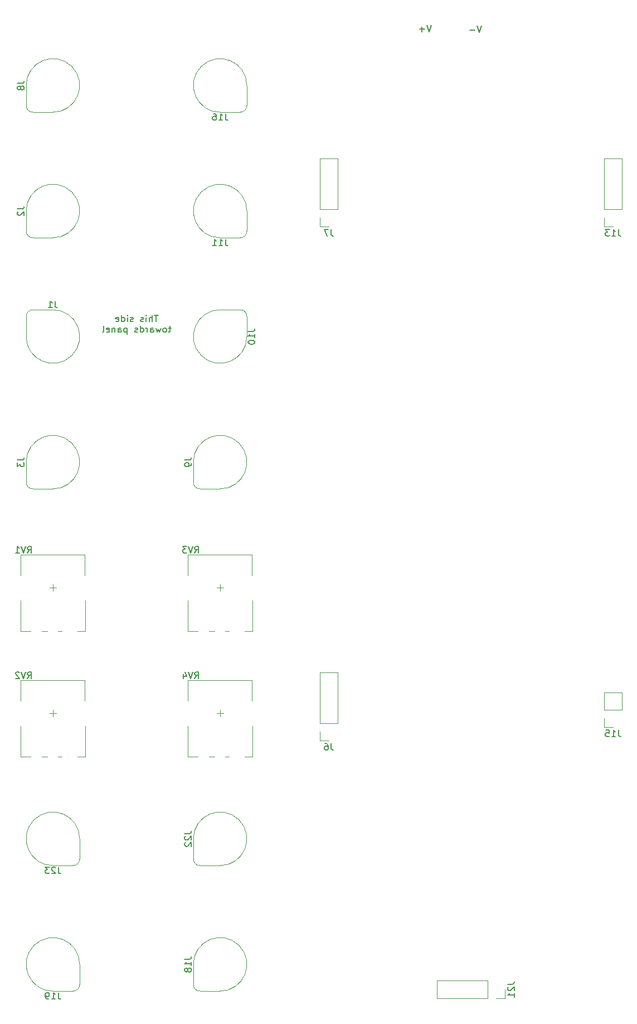
<source format=gbo>
%TF.GenerationSoftware,KiCad,Pcbnew,(6.0.6-0)*%
%TF.CreationDate,2022-09-04T11:19:33+01:00*%
%TF.ProjectId,4u-variable-integrator,34752d76-6172-4696-9162-6c652d696e74,r02*%
%TF.SameCoordinates,Original*%
%TF.FileFunction,Legend,Bot*%
%TF.FilePolarity,Positive*%
%FSLAX46Y46*%
G04 Gerber Fmt 4.6, Leading zero omitted, Abs format (unit mm)*
G04 Created by KiCad (PCBNEW (6.0.6-0)) date 2022-09-04 11:19:33*
%MOMM*%
%LPD*%
G01*
G04 APERTURE LIST*
%ADD10C,0.150000*%
%ADD11C,0.120000*%
G04 APERTURE END LIST*
D10*
X85835714Y-79292380D02*
X85264285Y-79292380D01*
X85550000Y-80292380D02*
X85550000Y-79292380D01*
X84930952Y-80292380D02*
X84930952Y-79292380D01*
X84502380Y-80292380D02*
X84502380Y-79768571D01*
X84550000Y-79673333D01*
X84645238Y-79625714D01*
X84788095Y-79625714D01*
X84883333Y-79673333D01*
X84930952Y-79720952D01*
X84026190Y-80292380D02*
X84026190Y-79625714D01*
X84026190Y-79292380D02*
X84073809Y-79340000D01*
X84026190Y-79387619D01*
X83978571Y-79340000D01*
X84026190Y-79292380D01*
X84026190Y-79387619D01*
X83597619Y-80244761D02*
X83502380Y-80292380D01*
X83311904Y-80292380D01*
X83216666Y-80244761D01*
X83169047Y-80149523D01*
X83169047Y-80101904D01*
X83216666Y-80006666D01*
X83311904Y-79959047D01*
X83454761Y-79959047D01*
X83550000Y-79911428D01*
X83597619Y-79816190D01*
X83597619Y-79768571D01*
X83550000Y-79673333D01*
X83454761Y-79625714D01*
X83311904Y-79625714D01*
X83216666Y-79673333D01*
X82026190Y-80244761D02*
X81930952Y-80292380D01*
X81740476Y-80292380D01*
X81645238Y-80244761D01*
X81597619Y-80149523D01*
X81597619Y-80101904D01*
X81645238Y-80006666D01*
X81740476Y-79959047D01*
X81883333Y-79959047D01*
X81978571Y-79911428D01*
X82026190Y-79816190D01*
X82026190Y-79768571D01*
X81978571Y-79673333D01*
X81883333Y-79625714D01*
X81740476Y-79625714D01*
X81645238Y-79673333D01*
X81169047Y-80292380D02*
X81169047Y-79625714D01*
X81169047Y-79292380D02*
X81216666Y-79340000D01*
X81169047Y-79387619D01*
X81121428Y-79340000D01*
X81169047Y-79292380D01*
X81169047Y-79387619D01*
X80264285Y-80292380D02*
X80264285Y-79292380D01*
X80264285Y-80244761D02*
X80359523Y-80292380D01*
X80550000Y-80292380D01*
X80645238Y-80244761D01*
X80692857Y-80197142D01*
X80740476Y-80101904D01*
X80740476Y-79816190D01*
X80692857Y-79720952D01*
X80645238Y-79673333D01*
X80550000Y-79625714D01*
X80359523Y-79625714D01*
X80264285Y-79673333D01*
X79407142Y-80244761D02*
X79502380Y-80292380D01*
X79692857Y-80292380D01*
X79788095Y-80244761D01*
X79835714Y-80149523D01*
X79835714Y-79768571D01*
X79788095Y-79673333D01*
X79692857Y-79625714D01*
X79502380Y-79625714D01*
X79407142Y-79673333D01*
X79359523Y-79768571D01*
X79359523Y-79863809D01*
X79835714Y-79959047D01*
X87764285Y-81235714D02*
X87383333Y-81235714D01*
X87621428Y-80902380D02*
X87621428Y-81759523D01*
X87573809Y-81854761D01*
X87478571Y-81902380D01*
X87383333Y-81902380D01*
X86907142Y-81902380D02*
X87002380Y-81854761D01*
X87050000Y-81807142D01*
X87097619Y-81711904D01*
X87097619Y-81426190D01*
X87050000Y-81330952D01*
X87002380Y-81283333D01*
X86907142Y-81235714D01*
X86764285Y-81235714D01*
X86669047Y-81283333D01*
X86621428Y-81330952D01*
X86573809Y-81426190D01*
X86573809Y-81711904D01*
X86621428Y-81807142D01*
X86669047Y-81854761D01*
X86764285Y-81902380D01*
X86907142Y-81902380D01*
X86240476Y-81235714D02*
X86050000Y-81902380D01*
X85859523Y-81426190D01*
X85669047Y-81902380D01*
X85478571Y-81235714D01*
X84669047Y-81902380D02*
X84669047Y-81378571D01*
X84716666Y-81283333D01*
X84811904Y-81235714D01*
X85002380Y-81235714D01*
X85097619Y-81283333D01*
X84669047Y-81854761D02*
X84764285Y-81902380D01*
X85002380Y-81902380D01*
X85097619Y-81854761D01*
X85145238Y-81759523D01*
X85145238Y-81664285D01*
X85097619Y-81569047D01*
X85002380Y-81521428D01*
X84764285Y-81521428D01*
X84669047Y-81473809D01*
X84192857Y-81902380D02*
X84192857Y-81235714D01*
X84192857Y-81426190D02*
X84145238Y-81330952D01*
X84097619Y-81283333D01*
X84002380Y-81235714D01*
X83907142Y-81235714D01*
X83145238Y-81902380D02*
X83145238Y-80902380D01*
X83145238Y-81854761D02*
X83240476Y-81902380D01*
X83430952Y-81902380D01*
X83526190Y-81854761D01*
X83573809Y-81807142D01*
X83621428Y-81711904D01*
X83621428Y-81426190D01*
X83573809Y-81330952D01*
X83526190Y-81283333D01*
X83430952Y-81235714D01*
X83240476Y-81235714D01*
X83145238Y-81283333D01*
X82716666Y-81854761D02*
X82621428Y-81902380D01*
X82430952Y-81902380D01*
X82335714Y-81854761D01*
X82288095Y-81759523D01*
X82288095Y-81711904D01*
X82335714Y-81616666D01*
X82430952Y-81569047D01*
X82573809Y-81569047D01*
X82669047Y-81521428D01*
X82716666Y-81426190D01*
X82716666Y-81378571D01*
X82669047Y-81283333D01*
X82573809Y-81235714D01*
X82430952Y-81235714D01*
X82335714Y-81283333D01*
X81097619Y-81235714D02*
X81097619Y-82235714D01*
X81097619Y-81283333D02*
X81002380Y-81235714D01*
X80811904Y-81235714D01*
X80716666Y-81283333D01*
X80669047Y-81330952D01*
X80621428Y-81426190D01*
X80621428Y-81711904D01*
X80669047Y-81807142D01*
X80716666Y-81854761D01*
X80811904Y-81902380D01*
X81002380Y-81902380D01*
X81097619Y-81854761D01*
X79764285Y-81902380D02*
X79764285Y-81378571D01*
X79811904Y-81283333D01*
X79907142Y-81235714D01*
X80097619Y-81235714D01*
X80192857Y-81283333D01*
X79764285Y-81854761D02*
X79859523Y-81902380D01*
X80097619Y-81902380D01*
X80192857Y-81854761D01*
X80240476Y-81759523D01*
X80240476Y-81664285D01*
X80192857Y-81569047D01*
X80097619Y-81521428D01*
X79859523Y-81521428D01*
X79764285Y-81473809D01*
X79288095Y-81235714D02*
X79288095Y-81902380D01*
X79288095Y-81330952D02*
X79240476Y-81283333D01*
X79145238Y-81235714D01*
X79002380Y-81235714D01*
X78907142Y-81283333D01*
X78859523Y-81378571D01*
X78859523Y-81902380D01*
X78002380Y-81854761D02*
X78097619Y-81902380D01*
X78288095Y-81902380D01*
X78383333Y-81854761D01*
X78430952Y-81759523D01*
X78430952Y-81378571D01*
X78383333Y-81283333D01*
X78288095Y-81235714D01*
X78097619Y-81235714D01*
X78002380Y-81283333D01*
X77954761Y-81378571D01*
X77954761Y-81473809D01*
X78430952Y-81569047D01*
X77383333Y-81902380D02*
X77478571Y-81854761D01*
X77526190Y-81759523D01*
X77526190Y-80902380D01*
%TO.C,J17*%
X127317380Y-35286370D02*
X126984047Y-36286370D01*
X126650714Y-35286370D01*
X126317380Y-35905418D02*
X125555476Y-35905418D01*
X125936428Y-36286370D02*
X125936428Y-35524466D01*
X134937380Y-35413370D02*
X134604047Y-36413370D01*
X134270714Y-35413370D01*
X133937380Y-36032418D02*
X133175476Y-36032418D01*
%TO.C,RV3*%
X91400238Y-115387380D02*
X91733571Y-114911190D01*
X91971666Y-115387380D02*
X91971666Y-114387380D01*
X91590714Y-114387380D01*
X91495476Y-114435000D01*
X91447857Y-114482619D01*
X91400238Y-114577857D01*
X91400238Y-114720714D01*
X91447857Y-114815952D01*
X91495476Y-114863571D01*
X91590714Y-114911190D01*
X91971666Y-114911190D01*
X91114523Y-114387380D02*
X90781190Y-115387380D01*
X90447857Y-114387380D01*
X90209761Y-114387380D02*
X89590714Y-114387380D01*
X89924047Y-114768333D01*
X89781190Y-114768333D01*
X89685952Y-114815952D01*
X89638333Y-114863571D01*
X89590714Y-114958809D01*
X89590714Y-115196904D01*
X89638333Y-115292142D01*
X89685952Y-115339761D01*
X89781190Y-115387380D01*
X90066904Y-115387380D01*
X90162142Y-115339761D01*
X90209761Y-115292142D01*
%TO.C,J13*%
X155749523Y-66298380D02*
X155749523Y-67012666D01*
X155797142Y-67155523D01*
X155892380Y-67250761D01*
X156035238Y-67298380D01*
X156130476Y-67298380D01*
X154749523Y-67298380D02*
X155320952Y-67298380D01*
X155035238Y-67298380D02*
X155035238Y-66298380D01*
X155130476Y-66441238D01*
X155225714Y-66536476D01*
X155320952Y-66584095D01*
X154416190Y-66298380D02*
X153797142Y-66298380D01*
X154130476Y-66679333D01*
X153987619Y-66679333D01*
X153892380Y-66726952D01*
X153844761Y-66774571D01*
X153797142Y-66869809D01*
X153797142Y-67107904D01*
X153844761Y-67203142D01*
X153892380Y-67250761D01*
X153987619Y-67298380D01*
X154273333Y-67298380D01*
X154368571Y-67250761D01*
X154416190Y-67203142D01*
%TO.C,J19*%
X70659523Y-182078380D02*
X70659523Y-182792666D01*
X70707142Y-182935523D01*
X70802380Y-183030761D01*
X70945238Y-183078380D01*
X71040476Y-183078380D01*
X69659523Y-183078380D02*
X70230952Y-183078380D01*
X69945238Y-183078380D02*
X69945238Y-182078380D01*
X70040476Y-182221238D01*
X70135714Y-182316476D01*
X70230952Y-182364095D01*
X69183333Y-183078380D02*
X68992857Y-183078380D01*
X68897619Y-183030761D01*
X68850000Y-182983142D01*
X68754761Y-182840285D01*
X68707142Y-182649809D01*
X68707142Y-182268857D01*
X68754761Y-182173619D01*
X68802380Y-182126000D01*
X68897619Y-182078380D01*
X69088095Y-182078380D01*
X69183333Y-182126000D01*
X69230952Y-182173619D01*
X69278571Y-182268857D01*
X69278571Y-182506952D01*
X69230952Y-182602190D01*
X69183333Y-182649809D01*
X69088095Y-182697428D01*
X68897619Y-182697428D01*
X68802380Y-182649809D01*
X68754761Y-182602190D01*
X68707142Y-182506952D01*
%TO.C,J10*%
X99528380Y-81740476D02*
X100242666Y-81740476D01*
X100385523Y-81692857D01*
X100480761Y-81597619D01*
X100528380Y-81454761D01*
X100528380Y-81359523D01*
X100528380Y-82740476D02*
X100528380Y-82169047D01*
X100528380Y-82454761D02*
X99528380Y-82454761D01*
X99671238Y-82359523D01*
X99766476Y-82264285D01*
X99814095Y-82169047D01*
X99528380Y-83359523D02*
X99528380Y-83454761D01*
X99576000Y-83550000D01*
X99623619Y-83597619D01*
X99718857Y-83645238D01*
X99909333Y-83692857D01*
X100147428Y-83692857D01*
X100337904Y-83645238D01*
X100433142Y-83597619D01*
X100480761Y-83550000D01*
X100528380Y-83454761D01*
X100528380Y-83359523D01*
X100480761Y-83264285D01*
X100433142Y-83216666D01*
X100337904Y-83169047D01*
X100147428Y-83121428D01*
X99909333Y-83121428D01*
X99718857Y-83169047D01*
X99623619Y-83216666D01*
X99576000Y-83264285D01*
X99528380Y-83359523D01*
%TO.C,J16*%
X96059523Y-48728380D02*
X96059523Y-49442666D01*
X96107142Y-49585523D01*
X96202380Y-49680761D01*
X96345238Y-49728380D01*
X96440476Y-49728380D01*
X95059523Y-49728380D02*
X95630952Y-49728380D01*
X95345238Y-49728380D02*
X95345238Y-48728380D01*
X95440476Y-48871238D01*
X95535714Y-48966476D01*
X95630952Y-49014095D01*
X94202380Y-48728380D02*
X94392857Y-48728380D01*
X94488095Y-48776000D01*
X94535714Y-48823619D01*
X94630952Y-48966476D01*
X94678571Y-49156952D01*
X94678571Y-49537904D01*
X94630952Y-49633142D01*
X94583333Y-49680761D01*
X94488095Y-49728380D01*
X94297619Y-49728380D01*
X94202380Y-49680761D01*
X94154761Y-49633142D01*
X94107142Y-49537904D01*
X94107142Y-49299809D01*
X94154761Y-49204571D01*
X94202380Y-49156952D01*
X94297619Y-49109333D01*
X94488095Y-49109333D01*
X94583333Y-49156952D01*
X94630952Y-49204571D01*
X94678571Y-49299809D01*
%TO.C,J2*%
X64476380Y-63166666D02*
X65190666Y-63166666D01*
X65333523Y-63119047D01*
X65428761Y-63023809D01*
X65476380Y-62880952D01*
X65476380Y-62785714D01*
X64571619Y-63595238D02*
X64524000Y-63642857D01*
X64476380Y-63738095D01*
X64476380Y-63976190D01*
X64524000Y-64071428D01*
X64571619Y-64119047D01*
X64666857Y-64166666D01*
X64762095Y-64166666D01*
X64904952Y-64119047D01*
X65476380Y-63547619D01*
X65476380Y-64166666D01*
%TO.C,J18*%
X89876380Y-176990476D02*
X90590666Y-176990476D01*
X90733523Y-176942857D01*
X90828761Y-176847619D01*
X90876380Y-176704761D01*
X90876380Y-176609523D01*
X90876380Y-177990476D02*
X90876380Y-177419047D01*
X90876380Y-177704761D02*
X89876380Y-177704761D01*
X90019238Y-177609523D01*
X90114476Y-177514285D01*
X90162095Y-177419047D01*
X90304952Y-178561904D02*
X90257333Y-178466666D01*
X90209714Y-178419047D01*
X90114476Y-178371428D01*
X90066857Y-178371428D01*
X89971619Y-178419047D01*
X89924000Y-178466666D01*
X89876380Y-178561904D01*
X89876380Y-178752380D01*
X89924000Y-178847619D01*
X89971619Y-178895238D01*
X90066857Y-178942857D01*
X90114476Y-178942857D01*
X90209714Y-178895238D01*
X90257333Y-178847619D01*
X90304952Y-178752380D01*
X90304952Y-178561904D01*
X90352571Y-178466666D01*
X90400190Y-178419047D01*
X90495428Y-178371428D01*
X90685904Y-178371428D01*
X90781142Y-178419047D01*
X90828761Y-178466666D01*
X90876380Y-178561904D01*
X90876380Y-178752380D01*
X90828761Y-178847619D01*
X90781142Y-178895238D01*
X90685904Y-178942857D01*
X90495428Y-178942857D01*
X90400190Y-178895238D01*
X90352571Y-178847619D01*
X90304952Y-178752380D01*
%TO.C,J9*%
X89876380Y-101266666D02*
X90590666Y-101266666D01*
X90733523Y-101219047D01*
X90828761Y-101123809D01*
X90876380Y-100980952D01*
X90876380Y-100885714D01*
X90876380Y-101790476D02*
X90876380Y-101980952D01*
X90828761Y-102076190D01*
X90781142Y-102123809D01*
X90638285Y-102219047D01*
X90447809Y-102266666D01*
X90066857Y-102266666D01*
X89971619Y-102219047D01*
X89924000Y-102171428D01*
X89876380Y-102076190D01*
X89876380Y-101885714D01*
X89924000Y-101790476D01*
X89971619Y-101742857D01*
X90066857Y-101695238D01*
X90304952Y-101695238D01*
X90400190Y-101742857D01*
X90447809Y-101790476D01*
X90495428Y-101885714D01*
X90495428Y-102076190D01*
X90447809Y-102171428D01*
X90400190Y-102219047D01*
X90304952Y-102266666D01*
%TO.C,J22*%
X89876380Y-157940476D02*
X90590666Y-157940476D01*
X90733523Y-157892857D01*
X90828761Y-157797619D01*
X90876380Y-157654761D01*
X90876380Y-157559523D01*
X89971619Y-158369047D02*
X89924000Y-158416666D01*
X89876380Y-158511904D01*
X89876380Y-158750000D01*
X89924000Y-158845238D01*
X89971619Y-158892857D01*
X90066857Y-158940476D01*
X90162095Y-158940476D01*
X90304952Y-158892857D01*
X90876380Y-158321428D01*
X90876380Y-158940476D01*
X89971619Y-159321428D02*
X89924000Y-159369047D01*
X89876380Y-159464285D01*
X89876380Y-159702380D01*
X89924000Y-159797619D01*
X89971619Y-159845238D01*
X90066857Y-159892857D01*
X90162095Y-159892857D01*
X90304952Y-159845238D01*
X90876380Y-159273809D01*
X90876380Y-159892857D01*
%TO.C,RV1*%
X66000238Y-115387380D02*
X66333571Y-114911190D01*
X66571666Y-115387380D02*
X66571666Y-114387380D01*
X66190714Y-114387380D01*
X66095476Y-114435000D01*
X66047857Y-114482619D01*
X66000238Y-114577857D01*
X66000238Y-114720714D01*
X66047857Y-114815952D01*
X66095476Y-114863571D01*
X66190714Y-114911190D01*
X66571666Y-114911190D01*
X65714523Y-114387380D02*
X65381190Y-115387380D01*
X65047857Y-114387380D01*
X64190714Y-115387380D02*
X64762142Y-115387380D01*
X64476428Y-115387380D02*
X64476428Y-114387380D01*
X64571666Y-114530238D01*
X64666904Y-114625476D01*
X64762142Y-114673095D01*
%TO.C,J8*%
X64476380Y-44116666D02*
X65190666Y-44116666D01*
X65333523Y-44069047D01*
X65428761Y-43973809D01*
X65476380Y-43830952D01*
X65476380Y-43735714D01*
X64904952Y-44735714D02*
X64857333Y-44640476D01*
X64809714Y-44592857D01*
X64714476Y-44545238D01*
X64666857Y-44545238D01*
X64571619Y-44592857D01*
X64524000Y-44640476D01*
X64476380Y-44735714D01*
X64476380Y-44926190D01*
X64524000Y-45021428D01*
X64571619Y-45069047D01*
X64666857Y-45116666D01*
X64714476Y-45116666D01*
X64809714Y-45069047D01*
X64857333Y-45021428D01*
X64904952Y-44926190D01*
X64904952Y-44735714D01*
X64952571Y-44640476D01*
X65000190Y-44592857D01*
X65095428Y-44545238D01*
X65285904Y-44545238D01*
X65381142Y-44592857D01*
X65428761Y-44640476D01*
X65476380Y-44735714D01*
X65476380Y-44926190D01*
X65428761Y-45021428D01*
X65381142Y-45069047D01*
X65285904Y-45116666D01*
X65095428Y-45116666D01*
X65000190Y-45069047D01*
X64952571Y-45021428D01*
X64904952Y-44926190D01*
%TO.C,J7*%
X112093333Y-66298380D02*
X112093333Y-67012666D01*
X112140952Y-67155523D01*
X112236190Y-67250761D01*
X112379047Y-67298380D01*
X112474285Y-67298380D01*
X111712380Y-66298380D02*
X111045714Y-66298380D01*
X111474285Y-67298380D01*
%TO.C,J3*%
X64476380Y-101266666D02*
X65190666Y-101266666D01*
X65333523Y-101219047D01*
X65428761Y-101123809D01*
X65476380Y-100980952D01*
X65476380Y-100885714D01*
X64476380Y-101647619D02*
X64476380Y-102266666D01*
X64857333Y-101933333D01*
X64857333Y-102076190D01*
X64904952Y-102171428D01*
X64952571Y-102219047D01*
X65047809Y-102266666D01*
X65285904Y-102266666D01*
X65381142Y-102219047D01*
X65428761Y-102171428D01*
X65476380Y-102076190D01*
X65476380Y-101790476D01*
X65428761Y-101695238D01*
X65381142Y-101647619D01*
%TO.C,RV4*%
X91400238Y-134437380D02*
X91733571Y-133961190D01*
X91971666Y-134437380D02*
X91971666Y-133437380D01*
X91590714Y-133437380D01*
X91495476Y-133485000D01*
X91447857Y-133532619D01*
X91400238Y-133627857D01*
X91400238Y-133770714D01*
X91447857Y-133865952D01*
X91495476Y-133913571D01*
X91590714Y-133961190D01*
X91971666Y-133961190D01*
X91114523Y-133437380D02*
X90781190Y-134437380D01*
X90447857Y-133437380D01*
X89685952Y-133770714D02*
X89685952Y-134437380D01*
X89924047Y-133389761D02*
X90162142Y-134104047D01*
X89543095Y-134104047D01*
%TO.C,J1*%
X70183333Y-77176380D02*
X70183333Y-77890666D01*
X70230952Y-78033523D01*
X70326190Y-78128761D01*
X70469047Y-78176380D01*
X70564285Y-78176380D01*
X69183333Y-78176380D02*
X69754761Y-78176380D01*
X69469047Y-78176380D02*
X69469047Y-77176380D01*
X69564285Y-77319238D01*
X69659523Y-77414476D01*
X69754761Y-77462095D01*
%TO.C,J21*%
X138942380Y-180800476D02*
X139656666Y-180800476D01*
X139799523Y-180752857D01*
X139894761Y-180657619D01*
X139942380Y-180514761D01*
X139942380Y-180419523D01*
X139037619Y-181229047D02*
X138990000Y-181276666D01*
X138942380Y-181371904D01*
X138942380Y-181610000D01*
X138990000Y-181705238D01*
X139037619Y-181752857D01*
X139132857Y-181800476D01*
X139228095Y-181800476D01*
X139370952Y-181752857D01*
X139942380Y-181181428D01*
X139942380Y-181800476D01*
X139942380Y-182752857D02*
X139942380Y-182181428D01*
X139942380Y-182467142D02*
X138942380Y-182467142D01*
X139085238Y-182371904D01*
X139180476Y-182276666D01*
X139228095Y-182181428D01*
%TO.C,J23*%
X70659523Y-163028380D02*
X70659523Y-163742666D01*
X70707142Y-163885523D01*
X70802380Y-163980761D01*
X70945238Y-164028380D01*
X71040476Y-164028380D01*
X70230952Y-163123619D02*
X70183333Y-163076000D01*
X70088095Y-163028380D01*
X69850000Y-163028380D01*
X69754761Y-163076000D01*
X69707142Y-163123619D01*
X69659523Y-163218857D01*
X69659523Y-163314095D01*
X69707142Y-163456952D01*
X70278571Y-164028380D01*
X69659523Y-164028380D01*
X69326190Y-163028380D02*
X68707142Y-163028380D01*
X69040476Y-163409333D01*
X68897619Y-163409333D01*
X68802380Y-163456952D01*
X68754761Y-163504571D01*
X68707142Y-163599809D01*
X68707142Y-163837904D01*
X68754761Y-163933142D01*
X68802380Y-163980761D01*
X68897619Y-164028380D01*
X69183333Y-164028380D01*
X69278571Y-163980761D01*
X69326190Y-163933142D01*
%TO.C,J11*%
X96059523Y-67778380D02*
X96059523Y-68492666D01*
X96107142Y-68635523D01*
X96202380Y-68730761D01*
X96345238Y-68778380D01*
X96440476Y-68778380D01*
X95059523Y-68778380D02*
X95630952Y-68778380D01*
X95345238Y-68778380D02*
X95345238Y-67778380D01*
X95440476Y-67921238D01*
X95535714Y-68016476D01*
X95630952Y-68064095D01*
X94107142Y-68778380D02*
X94678571Y-68778380D01*
X94392857Y-68778380D02*
X94392857Y-67778380D01*
X94488095Y-67921238D01*
X94583333Y-68016476D01*
X94678571Y-68064095D01*
%TO.C,J6*%
X112093333Y-144276380D02*
X112093333Y-144990666D01*
X112140952Y-145133523D01*
X112236190Y-145228761D01*
X112379047Y-145276380D01*
X112474285Y-145276380D01*
X111188571Y-144276380D02*
X111379047Y-144276380D01*
X111474285Y-144324000D01*
X111521904Y-144371619D01*
X111617142Y-144514476D01*
X111664761Y-144704952D01*
X111664761Y-145085904D01*
X111617142Y-145181142D01*
X111569523Y-145228761D01*
X111474285Y-145276380D01*
X111283809Y-145276380D01*
X111188571Y-145228761D01*
X111140952Y-145181142D01*
X111093333Y-145085904D01*
X111093333Y-144847809D01*
X111140952Y-144752571D01*
X111188571Y-144704952D01*
X111283809Y-144657333D01*
X111474285Y-144657333D01*
X111569523Y-144704952D01*
X111617142Y-144752571D01*
X111664761Y-144847809D01*
%TO.C,RV2*%
X66000238Y-134437380D02*
X66333571Y-133961190D01*
X66571666Y-134437380D02*
X66571666Y-133437380D01*
X66190714Y-133437380D01*
X66095476Y-133485000D01*
X66047857Y-133532619D01*
X66000238Y-133627857D01*
X66000238Y-133770714D01*
X66047857Y-133865952D01*
X66095476Y-133913571D01*
X66190714Y-133961190D01*
X66571666Y-133961190D01*
X65714523Y-133437380D02*
X65381190Y-134437380D01*
X65047857Y-133437380D01*
X64762142Y-133532619D02*
X64714523Y-133485000D01*
X64619285Y-133437380D01*
X64381190Y-133437380D01*
X64285952Y-133485000D01*
X64238333Y-133532619D01*
X64190714Y-133627857D01*
X64190714Y-133723095D01*
X64238333Y-133865952D01*
X64809761Y-134437380D01*
X64190714Y-134437380D01*
%TO.C,J15*%
X155749523Y-142244380D02*
X155749523Y-142958666D01*
X155797142Y-143101523D01*
X155892380Y-143196761D01*
X156035238Y-143244380D01*
X156130476Y-143244380D01*
X154749523Y-143244380D02*
X155320952Y-143244380D01*
X155035238Y-143244380D02*
X155035238Y-142244380D01*
X155130476Y-142387238D01*
X155225714Y-142482476D01*
X155320952Y-142530095D01*
X153844761Y-142244380D02*
X154320952Y-142244380D01*
X154368571Y-142720571D01*
X154320952Y-142672952D01*
X154225714Y-142625333D01*
X153987619Y-142625333D01*
X153892380Y-142672952D01*
X153844761Y-142720571D01*
X153797142Y-142815809D01*
X153797142Y-143053904D01*
X153844761Y-143149142D01*
X153892380Y-143196761D01*
X153987619Y-143244380D01*
X154225714Y-143244380D01*
X154320952Y-143196761D01*
X154368571Y-143149142D01*
D11*
%TO.C,RV3*%
X90380000Y-127270000D02*
X91870000Y-127270000D01*
X90380000Y-127270000D02*
X90380000Y-122550000D01*
X100130000Y-127270000D02*
X100130000Y-122550000D01*
X93590000Y-127270000D02*
X94420000Y-127270000D01*
X98940000Y-127270000D02*
X100120000Y-127270000D01*
X90380000Y-115680000D02*
X100120000Y-115680000D01*
X90380000Y-118740000D02*
X90380000Y-115680000D01*
X95750000Y-120650000D02*
X94750000Y-120650000D01*
X96040000Y-127270000D02*
X96570000Y-127270000D01*
X95250000Y-120150000D02*
X95250000Y-121150000D01*
X100120000Y-118740000D02*
X100120000Y-115680000D01*
%TO.C,J13*%
X153610000Y-63246000D02*
X153610000Y-55566000D01*
X153610000Y-55566000D02*
X156270000Y-55566000D01*
X153610000Y-64516000D02*
X153610000Y-65846000D01*
X153610000Y-63246000D02*
X156270000Y-63246000D01*
X156270000Y-63246000D02*
X156270000Y-55566000D01*
X153610000Y-65846000D02*
X154940000Y-65846000D01*
%TO.C,J19*%
X73914000Y-180848000D02*
X73914000Y-177800000D01*
X69850000Y-181864000D02*
X72898000Y-181864000D01*
X72898000Y-181864000D02*
G75*
G03*
X73914000Y-180848000I0J1016000D01*
G01*
X73914000Y-177800000D02*
G75*
G03*
X69850000Y-181864000I-4064000J0D01*
G01*
%TO.C,J10*%
X99314000Y-82550000D02*
X99314000Y-79502000D01*
X98298000Y-78486000D02*
X95250000Y-78486000D01*
X95250000Y-78486000D02*
G75*
G03*
X99314000Y-82550000I0J-4064000D01*
G01*
X99314000Y-79502000D02*
G75*
G03*
X98298000Y-78486000I-1016000J0D01*
G01*
%TO.C,J16*%
X99314000Y-47498000D02*
X99314000Y-44450000D01*
X95250000Y-48514000D02*
X98298000Y-48514000D01*
X99314000Y-44450000D02*
G75*
G03*
X95250000Y-48514000I-4064000J0D01*
G01*
X98298000Y-48514000D02*
G75*
G03*
X99314000Y-47498000I0J1016000D01*
G01*
%TO.C,J2*%
X66802000Y-67564000D02*
X69850000Y-67564000D01*
X65786000Y-63500000D02*
X65786000Y-66548000D01*
X65786000Y-66548000D02*
G75*
G03*
X66802000Y-67564000I1016000J0D01*
G01*
X69850000Y-67564000D02*
G75*
G03*
X65786000Y-63500000I0J4064000D01*
G01*
%TO.C,J18*%
X92202000Y-181864000D02*
X95250000Y-181864000D01*
X91186000Y-177800000D02*
X91186000Y-180848000D01*
X95250000Y-181864000D02*
G75*
G03*
X91186000Y-177800000I0J4064000D01*
G01*
X91186000Y-180848000D02*
G75*
G03*
X92202000Y-181864000I1016000J0D01*
G01*
%TO.C,J9*%
X91186000Y-101600000D02*
X91186000Y-104648000D01*
X92202000Y-105664000D02*
X95250000Y-105664000D01*
X91186000Y-104648000D02*
G75*
G03*
X92202000Y-105664000I1016000J0D01*
G01*
X95250000Y-105664000D02*
G75*
G03*
X91186000Y-101600000I0J4064000D01*
G01*
%TO.C,J22*%
X92202000Y-162814000D02*
X95250000Y-162814000D01*
X91186000Y-158750000D02*
X91186000Y-161798000D01*
X91186000Y-161798000D02*
G75*
G03*
X92202000Y-162814000I1016000J0D01*
G01*
X95250000Y-162814000D02*
G75*
G03*
X91186000Y-158750000I0J4064000D01*
G01*
%TO.C,RV1*%
X74720000Y-118740000D02*
X74720000Y-115680000D01*
X64980000Y-118740000D02*
X64980000Y-115680000D01*
X70350000Y-120650000D02*
X69350000Y-120650000D01*
X64980000Y-127270000D02*
X64980000Y-122550000D01*
X68190000Y-127270000D02*
X69020000Y-127270000D01*
X70640000Y-127270000D02*
X71170000Y-127270000D01*
X64980000Y-127270000D02*
X66470000Y-127270000D01*
X73540000Y-127270000D02*
X74720000Y-127270000D01*
X64980000Y-115680000D02*
X74720000Y-115680000D01*
X69850000Y-120150000D02*
X69850000Y-121150000D01*
X74730000Y-127270000D02*
X74730000Y-122550000D01*
%TO.C,J8*%
X66802000Y-48514000D02*
X69850000Y-48514000D01*
X65786000Y-44450000D02*
X65786000Y-47498000D01*
X69850000Y-48514000D02*
G75*
G03*
X65786000Y-44450000I0J4064000D01*
G01*
X65786000Y-47498000D02*
G75*
G03*
X66802000Y-48514000I1016000J0D01*
G01*
%TO.C,J7*%
X110430000Y-64516000D02*
X110430000Y-65846000D01*
X110430000Y-55566000D02*
X113090000Y-55566000D01*
X110430000Y-63246000D02*
X113090000Y-63246000D01*
X110430000Y-65846000D02*
X111760000Y-65846000D01*
X113090000Y-63246000D02*
X113090000Y-55566000D01*
X110430000Y-63246000D02*
X110430000Y-55566000D01*
%TO.C,J3*%
X66802000Y-105664000D02*
X69850000Y-105664000D01*
X65786000Y-101600000D02*
X65786000Y-104648000D01*
X69850000Y-105664000D02*
G75*
G03*
X65786000Y-101600000I0J4064000D01*
G01*
X65786000Y-104648000D02*
G75*
G03*
X66802000Y-105664000I1016000J0D01*
G01*
%TO.C,RV4*%
X95250000Y-139200000D02*
X95250000Y-140200000D01*
X90380000Y-146320000D02*
X91870000Y-146320000D01*
X95750000Y-139700000D02*
X94750000Y-139700000D01*
X100120000Y-137790000D02*
X100120000Y-134730000D01*
X93590000Y-146320000D02*
X94420000Y-146320000D01*
X96040000Y-146320000D02*
X96570000Y-146320000D01*
X90380000Y-137790000D02*
X90380000Y-134730000D01*
X98940000Y-146320000D02*
X100120000Y-146320000D01*
X90380000Y-146320000D02*
X90380000Y-141600000D01*
X100130000Y-146320000D02*
X100130000Y-141600000D01*
X90380000Y-134730000D02*
X100120000Y-134730000D01*
%TO.C,J1*%
X65786000Y-79502000D02*
X65786000Y-82550000D01*
X69850000Y-78486000D02*
X66802000Y-78486000D01*
X66802000Y-78486000D02*
G75*
G03*
X65786000Y-79502000I0J-1016000D01*
G01*
X65786000Y-82550000D02*
G75*
G03*
X69850000Y-78486000I4064000J0D01*
G01*
%TO.C,J21*%
X135890000Y-182940000D02*
X135890000Y-180280000D01*
X135890000Y-182940000D02*
X128210000Y-182940000D01*
X138490000Y-182940000D02*
X138490000Y-181610000D01*
X128210000Y-182940000D02*
X128210000Y-180280000D01*
X137160000Y-182940000D02*
X138490000Y-182940000D01*
X135890000Y-180280000D02*
X128210000Y-180280000D01*
%TO.C,J23*%
X73914000Y-161798000D02*
X73914000Y-158750000D01*
X69850000Y-162814000D02*
X72898000Y-162814000D01*
X72898000Y-162814000D02*
G75*
G03*
X73914000Y-161798000I0J1016000D01*
G01*
X73914000Y-158750000D02*
G75*
G03*
X69850000Y-162814000I-4064000J0D01*
G01*
%TO.C,J11*%
X95250000Y-67564000D02*
X98298000Y-67564000D01*
X99314000Y-66548000D02*
X99314000Y-63500000D01*
X98298000Y-67564000D02*
G75*
G03*
X99314000Y-66548000I0J1016000D01*
G01*
X99314000Y-63500000D02*
G75*
G03*
X95250000Y-67564000I-4064000J0D01*
G01*
%TO.C,J6*%
X110430000Y-142494000D02*
X110430000Y-143824000D01*
X113090000Y-141224000D02*
X113090000Y-133544000D01*
X110430000Y-141224000D02*
X113090000Y-141224000D01*
X110430000Y-141224000D02*
X110430000Y-133544000D01*
X110430000Y-133544000D02*
X113090000Y-133544000D01*
X110430000Y-143824000D02*
X111760000Y-143824000D01*
%TO.C,RV2*%
X64980000Y-146320000D02*
X64980000Y-141600000D01*
X64980000Y-146320000D02*
X66470000Y-146320000D01*
X64980000Y-134730000D02*
X74720000Y-134730000D01*
X64980000Y-137790000D02*
X64980000Y-134730000D01*
X70350000Y-139700000D02*
X69350000Y-139700000D01*
X69850000Y-139200000D02*
X69850000Y-140200000D01*
X74720000Y-137790000D02*
X74720000Y-134730000D01*
X70640000Y-146320000D02*
X71170000Y-146320000D01*
X73540000Y-146320000D02*
X74720000Y-146320000D01*
X68190000Y-146320000D02*
X69020000Y-146320000D01*
X74730000Y-146320000D02*
X74730000Y-141600000D01*
%TO.C,J15*%
X153610000Y-141792000D02*
X154940000Y-141792000D01*
X153610000Y-139192000D02*
X156270000Y-139192000D01*
X153610000Y-139192000D02*
X153610000Y-136592000D01*
X153610000Y-140462000D02*
X153610000Y-141792000D01*
X153610000Y-136592000D02*
X156270000Y-136592000D01*
X156270000Y-139192000D02*
X156270000Y-136592000D01*
%TD*%
M02*

</source>
